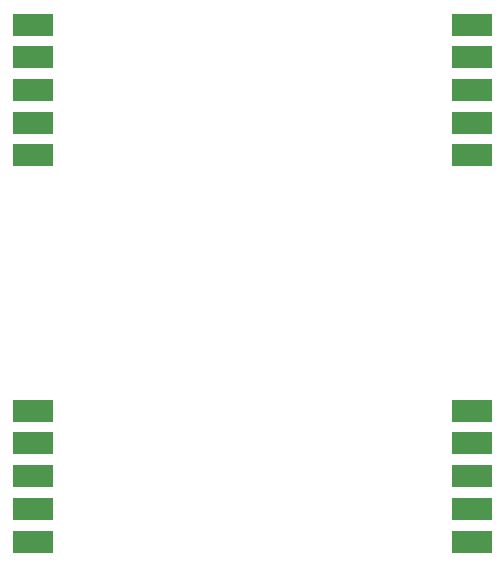
<source format=gbr>
G04 #@! TF.GenerationSoftware,KiCad,Pcbnew,(5.1.2-1)-1*
G04 #@! TF.CreationDate,2019-12-30T17:07:45+01:00*
G04 #@! TF.ProjectId,C64_autofire,4336345f-6175-4746-9f66-6972652e6b69,rev?*
G04 #@! TF.SameCoordinates,Original*
G04 #@! TF.FileFunction,Paste,Top*
G04 #@! TF.FilePolarity,Positive*
%FSLAX46Y46*%
G04 Gerber Fmt 4.6, Leading zero omitted, Abs format (unit mm)*
G04 Created by KiCad (PCBNEW (5.1.2-1)-1) date 2019-12-30 17:07:45*
%MOMM*%
%LPD*%
G04 APERTURE LIST*
%ADD10R,3.480000X1.846667*%
G04 APERTURE END LIST*
D10*
X49600000Y-43340000D03*
X49600000Y-40570000D03*
X49600000Y-37800000D03*
X49600000Y-35030000D03*
X49600000Y-32260000D03*
X49600000Y-64960000D03*
X49600000Y-67730000D03*
X49600000Y-70500000D03*
X49600000Y-73270000D03*
X49600000Y-76040000D03*
X86800000Y-32260000D03*
X86800000Y-35030000D03*
X86800000Y-37800000D03*
X86800000Y-40570000D03*
X86800000Y-43340000D03*
X86800000Y-76040000D03*
X86800000Y-73270000D03*
X86800000Y-70500000D03*
X86800000Y-67730000D03*
X86800000Y-64960000D03*
M02*

</source>
